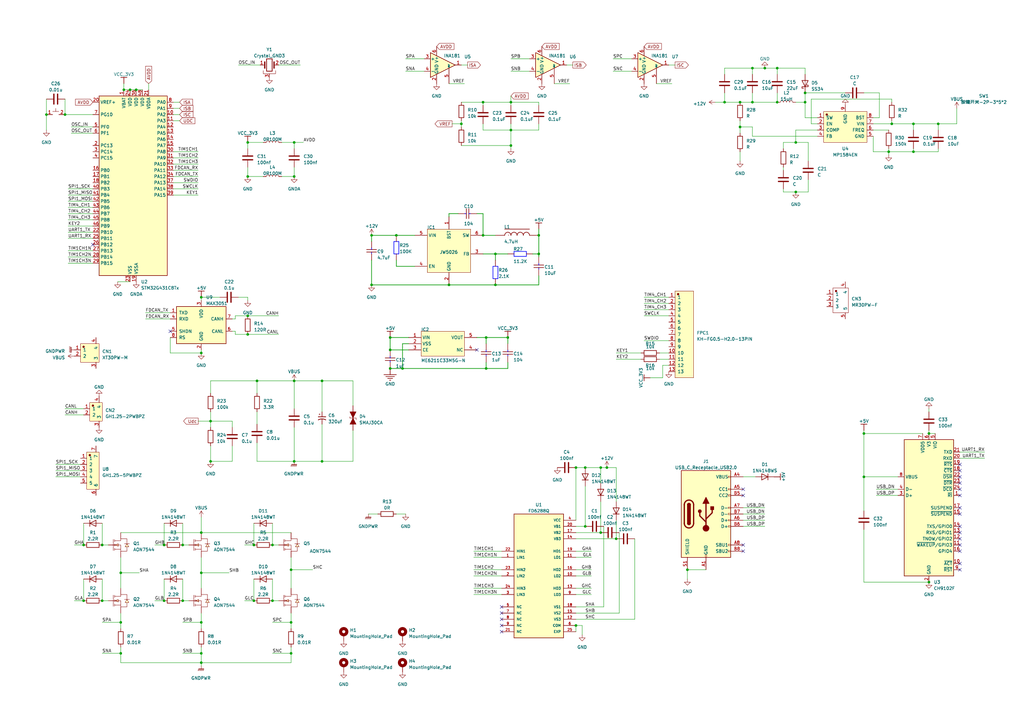
<source format=kicad_sch>
(kicad_sch (version 20230121) (generator eeschema)
  (paper "A3")
  (junction (at 330.2 38.1))
  (junction (at 365.76 50.8))
  (junction (at 82.55 234.95))
  (junction (at 203.2 104.14))
  (junction (at 308.61 27.94))
  (junction (at 318.77 41.91))
  (junction (at 330.2 41.91))
  (junction (at 67.31 223.52))
  (junction (at 86.36 172.72))
  (junction (at 101.6 72.39))
  (junction (at 165.1 151.13))
  (junction (at 208.28 138.43))
  (junction (at 198.12 96.52))
  (junction (at 67.31 246.38))
  (junction (at 34.29 246.38))
  (junction (at 236.22 191.77))
  (junction (at 246.38 218.44))
  (junction (at 50.8 36.83))
  (junction (at 240.03 191.77))
  (junction (at 297.18 41.91))
  (junction (at 248.92 191.77))
  (junction (at 252.73 220.98))
  (junction (at 381 177.8))
  (junction (at 132.08 189.23))
  (junction (at 326.39 58.42))
  (junction (at 82.55 121.92))
  (junction (at 354.33 177.8))
  (junction (at 120.65 58.42))
  (junction (at 119.38 255.27))
  (junction (at 209.55 53.34))
  (junction (at 354.33 195.58))
  (junction (at 374.65 50.8))
  (junction (at 209.55 59.69))
  (junction (at 308.61 41.91))
  (junction (at 184.15 116.84))
  (junction (at 364.49 62.23))
  (junction (at 160.02 138.43))
  (junction (at 189.23 50.8))
  (junction (at 101.6 137.16))
  (junction (at 82.55 144.78))
  (junction (at 101.6 129.54))
  (junction (at 236.22 256.54))
  (junction (at 246.38 191.77))
  (junction (at 240.03 215.9))
  (junction (at 120.65 72.39))
  (junction (at 49.53 234.95))
  (junction (at 26.67 46.99))
  (junction (at 19.05 46.99))
  (junction (at 104.14 246.38))
  (junction (at 160.02 151.13))
  (junction (at 49.53 255.27))
  (junction (at 82.55 255.27))
  (junction (at 119.38 233.68))
  (junction (at 119.38 267.97))
  (junction (at 41.91 223.52))
  (junction (at 34.29 223.52))
  (junction (at 111.76 223.52))
  (junction (at 74.93 223.52))
  (junction (at 303.53 41.91))
  (junction (at 374.65 62.23))
  (junction (at 120.65 189.23))
  (junction (at 82.55 218.44))
  (junction (at 53.34 36.83))
  (junction (at 199.39 138.43))
  (junction (at 49.53 267.97))
  (junction (at 86.36 189.23))
  (junction (at 203.2 116.84))
  (junction (at 120.65 156.21))
  (junction (at 152.4 116.84))
  (junction (at 74.93 246.38))
  (junction (at 111.76 246.38))
  (junction (at 101.6 58.42))
  (junction (at 105.41 156.21))
  (junction (at 303.53 52.07))
  (junction (at 209.55 41.91))
  (junction (at 220.98 96.52))
  (junction (at 381 238.76))
  (junction (at 82.55 267.97))
  (junction (at 160.02 143.51))
  (junction (at 281.94 233.68))
  (junction (at 104.14 223.52))
  (junction (at 55.88 36.83))
  (junction (at 318.77 27.94))
  (junction (at 326.39 78.74))
  (junction (at 41.91 246.38))
  (junction (at 384.81 50.8))
  (junction (at 162.56 96.52))
  (junction (at 199.39 151.13))
  (junction (at 313.69 27.94))
  (junction (at 82.55 271.78))
  (junction (at 132.08 156.21))
  (junction (at 152.4 96.52))
  (junction (at 198.12 41.91))
  (junction (at 220.98 104.14))
  (no_connect (at 393.7 193.04))
  (no_connect (at 205.74 254))
  (no_connect (at 38.1 100.33))
  (no_connect (at 393.7 195.58))
  (no_connect (at 393.7 215.9))
  (no_connect (at 69.85 135.89))
  (no_connect (at 393.7 210.82))
  (no_connect (at 393.7 200.66))
  (no_connect (at 393.7 203.2))
  (no_connect (at 205.74 248.92))
  (no_connect (at 205.74 251.46))
  (no_connect (at 393.7 233.68))
  (no_connect (at 393.7 220.98))
  (no_connect (at 195.58 143.51))
  (no_connect (at 304.8 226.06))
  (no_connect (at 393.7 190.5))
  (no_connect (at 393.7 218.44))
  (no_connect (at 393.7 231.14))
  (no_connect (at 304.8 223.52))
  (no_connect (at 304.8 203.2))
  (no_connect (at 304.8 200.66))
  (no_connect (at 393.7 198.12))
  (no_connect (at 393.7 223.52))
  (no_connect (at 205.74 256.54))
  (no_connect (at 393.7 208.28))
  (no_connect (at 393.7 226.06))
  (no_connect (at 205.74 259.08))
  (wire (pts (xy 354.33 177.8) (xy 354.33 195.58)))
  (wire (pts (xy 27.94 87.63) (xy 38.1 87.63)))
  (wire (pts (xy 251.46 29.21) (xy 259.08 29.21)))
  (wire (pts (xy 199.39 151.13) (xy 165.1 151.13)) (stroke (width 0.254)))
  (wire (pts (xy 360.68 48.26) (xy 358.14 48.26)))
  (wire (pts (xy 232.41 26.67) (xy 234.95 26.67)))
  (wire (pts (xy 101.6 121.92) (xy 97.79 121.92)))
  (wire (pts (xy 360.68 38.1) (xy 360.68 48.26)))
  (wire (pts (xy 96.52 129.54) (xy 96.52 130.81)))
  (wire (pts (xy 29.21 52.07) (xy 38.1 52.07)))
  (wire (pts (xy 281.94 233.68) (xy 289.56 233.68)))
  (wire (pts (xy 364.49 63.5) (xy 364.49 62.23)))
  (wire (pts (xy 358.14 62.23) (xy 364.49 62.23)))
  (wire (pts (xy 236.22 215.9) (xy 240.03 215.9)))
  (wire (pts (xy 111.76 246.38) (xy 114.3 246.38)))
  (wire (pts (xy 240.03 191.77) (xy 246.38 191.77)))
  (wire (pts (xy 82.55 212.09) (xy 82.55 218.44)))
  (wire (pts (xy 27.94 82.55) (xy 38.1 82.55)))
  (wire (pts (xy 297.18 38.1) (xy 297.18 41.91)))
  (wire (pts (xy 274.32 139.7) (xy 264.16 139.7)))
  (wire (pts (xy 27.94 102.87) (xy 38.1 102.87)))
  (wire (pts (xy 381 167.64) (xy 381 168.91)))
  (wire (pts (xy 34.29 214.63) (xy 34.29 223.52)))
  (wire (pts (xy 321.31 68.58) (xy 321.31 69.85)))
  (wire (pts (xy 119.38 228.6) (xy 119.38 233.68)))
  (wire (pts (xy 354.33 195.58) (xy 368.3 195.58)))
  (wire (pts (xy 220.98 41.91) (xy 220.98 43.18)))
  (wire (pts (xy 101.6 123.19) (xy 101.6 121.92)))
  (wire (pts (xy 303.53 62.23) (xy 303.53 66.04)))
  (wire (pts (xy 266.7 154.94) (xy 271.78 154.94)))
  (wire (pts (xy 96.52 137.16) (xy 96.52 135.89)))
  (wire (pts (xy 63.5 223.52) (xy 67.31 223.52)))
  (wire (pts (xy 26.67 167.64) (xy 34.29 167.64)))
  (wire (pts (xy 365.76 49.53) (xy 365.76 50.8)))
  (wire (pts (xy 26.67 46.99) (xy 38.1 46.99)))
  (wire (pts (xy 144.78 176.53) (xy 144.78 189.23)))
  (wire (pts (xy 162.56 109.22) (xy 170.18 109.22)) (stroke (width 0.254)))
  (wire (pts (xy 251.46 24.13) (xy 259.08 24.13)))
  (wire (pts (xy 331.47 73.66) (xy 331.47 78.74)))
  (wire (pts (xy 374.65 62.23) (xy 384.81 62.23)))
  (wire (pts (xy 120.65 72.39) (xy 115.57 72.39)))
  (wire (pts (xy 194.31 228.6) (xy 205.74 228.6)))
  (wire (pts (xy 166.37 24.13) (xy 173.99 24.13)))
  (wire (pts (xy 198.12 41.91) (xy 209.55 41.91)))
  (wire (pts (xy 218.44 104.14) (xy 220.98 104.14)) (stroke (width 0.254)))
  (wire (pts (xy 69.85 138.43) (xy 69.85 144.78)))
  (wire (pts (xy 359.41 200.66) (xy 368.3 200.66)))
  (wire (pts (xy 57.15 234.95) (xy 49.53 234.95)))
  (wire (pts (xy 308.61 41.91) (xy 318.77 41.91)))
  (wire (pts (xy 165.1 140.97) (xy 165.1 151.13)) (stroke (width 0.254)))
  (wire (pts (xy 198.12 87.63) (xy 195.58 87.63)) (stroke (width 0.254)))
  (wire (pts (xy 120.65 156.21) (xy 105.41 156.21)))
  (wire (pts (xy 27.94 105.41) (xy 38.1 105.41)))
  (wire (pts (xy 73.66 46.99) (xy 71.12 46.99)))
  (wire (pts (xy 384.81 50.8) (xy 384.81 53.34)))
  (wire (pts (xy 194.31 243.84) (xy 205.74 243.84)))
  (wire (pts (xy 119.38 257.81) (xy 119.38 255.27)))
  (wire (pts (xy 354.33 238.76) (xy 381 238.76)))
  (wire (pts (xy 308.61 41.91) (xy 303.53 41.91)))
  (wire (pts (xy 246.38 205.74) (xy 246.38 218.44)))
  (wire (pts (xy 107.95 72.39) (xy 101.6 72.39)))
  (wire (pts (xy 203.2 96.52) (xy 198.12 96.52)) (stroke (width 0.254)))
  (wire (pts (xy 104.14 214.63) (xy 104.14 223.52)))
  (wire (pts (xy 82.55 255.27) (xy 82.55 251.46)))
  (wire (pts (xy 220.98 104.14) (xy 220.98 105.41)) (stroke (width 0.254)))
  (wire (pts (xy 236.22 218.44) (xy 246.38 218.44)))
  (wire (pts (xy 313.69 210.82) (xy 304.8 210.82)))
  (wire (pts (xy 120.65 68.58) (xy 120.65 72.39)))
  (wire (pts (xy 303.53 49.53) (xy 303.53 52.07)))
  (wire (pts (xy 170.18 96.52) (xy 162.56 96.52)) (stroke (width 0.254)))
  (wire (pts (xy 184.15 116.84) (xy 152.4 116.84)) (stroke (width 0.254)))
  (wire (pts (xy 209.55 59.69) (xy 209.55 60.96)))
  (wire (pts (xy 82.55 234.95) (xy 82.55 241.3)))
  (wire (pts (xy 189.23 50.8) (xy 189.23 52.07)))
  (wire (pts (xy 236.22 233.68) (xy 242.57 233.68)))
  (wire (pts (xy 22.86 190.5) (xy 33.02 190.5)))
  (wire (pts (xy 260.35 254) (xy 236.22 254)))
  (wire (pts (xy 374.65 50.8) (xy 374.65 53.34)))
  (wire (pts (xy 74.93 246.38) (xy 77.47 246.38)))
  (wire (pts (xy 144.78 166.37) (xy 144.78 156.21)))
  (wire (pts (xy 330.2 41.91) (xy 330.2 38.1)))
  (wire (pts (xy 81.28 64.77) (xy 71.12 64.77)))
  (wire (pts (xy 30.48 246.38) (xy 34.29 246.38)))
  (wire (pts (xy 111.76 255.27) (xy 119.38 255.27)))
  (wire (pts (xy 358.14 53.34) (xy 364.49 53.34)))
  (wire (pts (xy 49.53 257.81) (xy 49.53 255.27)))
  (wire (pts (xy 69.85 130.81) (xy 59.69 130.81)))
  (wire (pts (xy 34.29 237.49) (xy 34.29 246.38)))
  (wire (pts (xy 123.19 26.67) (xy 114.3 26.67)))
  (wire (pts (xy 332.74 40.64) (xy 332.74 50.8)))
  (wire (pts (xy 144.78 156.21) (xy 132.08 156.21)))
  (wire (pts (xy 236.22 191.77) (xy 236.22 213.36)))
  (wire (pts (xy 152.4 116.84) (xy 152.4 106.68)) (stroke (width 0.254)))
  (wire (pts (xy 330.2 38.1) (xy 346.71 38.1)))
  (wire (pts (xy 49.53 234.95) (xy 49.53 241.3)))
  (wire (pts (xy 326.39 78.74) (xy 331.47 78.74)))
  (wire (pts (xy 392.43 50.8) (xy 384.81 50.8)))
  (wire (pts (xy 354.33 38.1) (xy 360.68 38.1)))
  (wire (pts (xy 209.55 43.18) (xy 209.55 41.91)))
  (wire (pts (xy 354.33 217.17) (xy 354.33 238.76)))
  (wire (pts (xy 71.12 80.01) (xy 81.28 80.01)))
  (wire (pts (xy 86.36 182.88) (xy 86.36 189.23)))
  (wire (pts (xy 254 218.44) (xy 254 251.46)))
  (wire (pts (xy 55.88 36.83) (xy 58.42 36.83)))
  (wire (pts (xy 82.55 267.97) (xy 82.55 271.78)))
  (wire (pts (xy 95.25 172.72) (xy 86.36 172.72)))
  (wire (pts (xy 101.6 58.42) (xy 107.95 58.42)))
  (wire (pts (xy 297.18 41.91) (xy 303.53 41.91)))
  (wire (pts (xy 236.22 191.77) (xy 240.03 191.77)))
  (wire (pts (xy 67.31 214.63) (xy 67.31 223.52)))
  (wire (pts (xy 73.66 41.91) (xy 71.12 41.91)))
  (wire (pts (xy 97.79 26.67) (xy 106.68 26.67)))
  (wire (pts (xy 27.94 107.95) (xy 38.1 107.95)))
  (wire (pts (xy 73.66 44.45) (xy 71.12 44.45)))
  (wire (pts (xy 82.55 218.44) (xy 119.38 218.44)))
  (wire (pts (xy 274.32 26.67) (xy 276.86 26.67)))
  (wire (pts (xy 203.2 106.68) (xy 203.2 104.14)) (stroke (width 0.254)))
  (wire (pts (xy 50.8 36.83) (xy 53.34 36.83)))
  (wire (pts (xy 49.53 228.6) (xy 49.53 234.95)))
  (wire (pts (xy 308.61 52.07) (xy 303.53 52.07)))
  (wire (pts (xy 71.12 72.39) (xy 81.28 72.39)))
  (wire (pts (xy 82.55 257.81) (xy 82.55 255.27)))
  (wire (pts (xy 297.18 27.94) (xy 308.61 27.94)))
  (wire (pts (xy 69.85 128.27) (xy 59.69 128.27)))
  (wire (pts (xy 26.67 170.18) (xy 34.29 170.18)))
  (wire (pts (xy 119.38 265.43) (xy 119.38 267.97)))
  (wire (pts (xy 198.12 104.14) (xy 203.2 104.14)) (stroke (width 0.254)))
  (wire (pts (xy 332.74 50.8) (xy 335.28 50.8)))
  (wire (pts (xy 220.98 96.52) (xy 220.98 104.14)) (stroke (width 0.254)))
  (wire (pts (xy 313.69 215.9) (xy 304.8 215.9)))
  (wire (pts (xy 19.05 46.99) (xy 19.05 53.34)))
  (wire (pts (xy 365.76 50.8) (xy 358.14 50.8)))
  (wire (pts (xy 264.16 127) (xy 274.32 127)))
  (wire (pts (xy 281.94 233.68) (xy 281.94 237.49)))
  (wire (pts (xy 335.28 48.26) (xy 330.2 48.26)))
  (wire (pts (xy 189.23 26.67) (xy 191.77 26.67)))
  (wire (pts (xy 262.89 144.78) (xy 252.73 144.78)))
  (wire (pts (xy 209.55 41.91) (xy 220.98 41.91)))
  (wire (pts (xy 392.43 44.45) (xy 392.43 50.8)))
  (wire (pts (xy 166.37 210.82) (xy 162.56 210.82)))
  (wire (pts (xy 308.61 55.88) (xy 308.61 52.07)))
  (wire (pts (xy 81.28 172.72) (xy 86.36 172.72)))
  (wire (pts (xy 194.31 233.68) (xy 205.74 233.68)))
  (wire (pts (xy 313.69 208.28) (xy 304.8 208.28)))
  (wire (pts (xy 74.93 267.97) (xy 82.55 267.97)))
  (wire (pts (xy 198.12 53.34) (xy 209.55 53.34)))
  (wire (pts (xy 165.1 151.13) (xy 160.02 151.13)) (stroke (width 0.254)))
  (wire (pts (xy 82.55 121.92) (xy 90.17 121.92)))
  (wire (pts (xy 81.28 67.31) (xy 71.12 67.31)))
  (wire (pts (xy 184.15 87.63) (xy 187.96 87.63)) (stroke (width 0.254)))
  (wire (pts (xy 111.76 214.63) (xy 111.76 223.52)))
  (wire (pts (xy 189.23 49.53) (xy 189.23 50.8)))
  (wire (pts (xy 236.22 236.22) (xy 242.57 236.22)))
  (wire (pts (xy 330.2 27.94) (xy 330.2 30.48)))
  (wire (pts (xy 270.51 144.78) (xy 274.32 144.78)))
  (wire (pts (xy 403.86 185.42) (xy 393.7 185.42)))
  (wire (pts (xy 71.12 77.47) (xy 81.28 77.47)))
  (wire (pts (xy 86.36 172.72) (xy 86.36 175.26)))
  (wire (pts (xy 252.73 191.77) (xy 252.73 205.74)))
  (wire (pts (xy 26.67 40.64) (xy 26.67 46.99)))
  (wire (pts (xy 354.33 176.53) (xy 354.33 177.8)))
  (wire (pts (xy 209.55 29.21) (xy 217.17 29.21)))
  (wire (pts (xy 309.88 195.58) (xy 304.8 195.58)))
  (wire (pts (xy 67.31 237.49) (xy 67.31 246.38)))
  (wire (pts (xy 247.65 248.92) (xy 236.22 248.92)))
  (wire (pts (xy 246.38 191.77) (xy 248.92 191.77)))
  (wire (pts (xy 128.27 233.68) (xy 119.38 233.68)))
  (wire (pts (xy 96.52 130.81) (xy 95.25 130.81)))
  (wire (pts (xy 209.55 24.13) (xy 217.17 24.13)))
  (wire (pts (xy 27.94 97.79) (xy 38.1 97.79)))
  (wire (pts (xy 184.15 88.9) (xy 184.15 87.63)) (stroke (width 0.254)))
  (wire (pts (xy 184.15 34.29) (xy 190.5 34.29)))
  (wire (pts (xy 236.22 228.6) (xy 242.57 228.6)))
  (wire (pts (xy 189.23 41.91) (xy 198.12 41.91)))
  (wire (pts (xy 403.86 187.96) (xy 393.7 187.96)))
  (wire (pts (xy 132.08 156.21) (xy 120.65 156.21)))
  (wire (pts (xy 115.57 58.42) (xy 120.65 58.42)))
  (wire (pts (xy 208.28 151.13) (xy 199.39 151.13)) (stroke (width 0.254)))
  (wire (pts (xy 82.55 265.43) (xy 82.55 267.97)))
  (wire (pts (xy 203.2 104.14) (xy 208.28 104.14)) (stroke (width 0.254)))
  (wire (pts (xy 22.86 193.04) (xy 33.02 193.04)))
  (wire (pts (xy 166.37 29.21) (xy 173.99 29.21)))
  (wire (pts (xy 49.53 265.43) (xy 49.53 267.97)))
  (wire (pts (xy 74.93 255.27) (xy 82.55 255.27)))
  (wire (pts (xy 96.52 135.89) (xy 95.25 135.89)))
  (wire (pts (xy 189.23 59.69) (xy 209.55 59.69)))
  (wire (pts (xy 86.36 168.91) (xy 86.36 172.72)))
  (wire (pts (xy 374.65 50.8) (xy 365.76 50.8)))
  (wire (pts (xy 381 177.8) (xy 383.54 177.8)))
  (wire (pts (xy 308.61 27.94) (xy 313.69 27.94)))
  (wire (pts (xy 27.94 90.17) (xy 38.1 90.17)))
  (wire (pts (xy 95.25 175.26) (xy 95.25 172.72)))
  (wire (pts (xy 326.39 53.34) (xy 326.39 58.42)))
  (wire (pts (xy 271.78 154.94) (xy 271.78 149.86)))
  (wire (pts (xy 82.55 271.78) (xy 119.38 271.78)))
  (wire (pts (xy 41.91 255.27) (xy 49.53 255.27)))
  (wire (pts (xy 381 176.53) (xy 381 177.8)))
  (wire (pts (xy 359.41 203.2) (xy 368.3 203.2)))
  (wire (pts (xy 297.18 30.48) (xy 297.18 27.94)))
  (wire (pts (xy 69.85 144.78) (xy 82.55 144.78)))
  (wire (pts (xy 82.55 271.78) (xy 82.55 273.05)))
  (wire (pts (xy 252.73 213.36) (xy 252.73 220.98)))
  (wire (pts (xy 308.61 30.48) (xy 308.61 27.94)))
  (wire (pts (xy 331.47 58.42) (xy 331.47 66.04)))
  (wire (pts (xy 120.65 58.42) (xy 120.65 60.96)))
  (wire (pts (xy 27.94 95.25) (xy 38.1 95.25)))
  (wire (pts (xy 71.12 74.93) (xy 81.28 74.93)))
  (wire (pts (xy 242.57 226.06) (xy 236.22 226.06)))
  (wire (pts (xy 220.98 116.84) (xy 203.2 116.84)) (stroke (width 0.254)))
  (wire (pts (xy 82.55 143.51) (xy 82.55 144.78)))
  (wire (pts (xy 49.53 218.44) (xy 82.55 218.44)))
  (wire (pts (xy 81.28 62.23) (xy 71.12 62.23)))
  (wire (pts (xy 326.39 58.42) (xy 331.47 58.42)))
  (wire (pts (xy 313.69 213.36) (xy 304.8 213.36)))
  (wire (pts (xy 120.65 175.26) (xy 120.65 189.23)))
  (wire (pts (xy 41.91 214.63) (xy 41.91 223.52)))
  (wire (pts (xy 105.41 156.21) (xy 105.41 161.29)))
  (wire (pts (xy 198.12 50.8) (xy 198.12 53.34)))
  (wire (pts (xy 120.65 167.64) (xy 120.65 156.21)))
  (wire (pts (xy 101.6 129.54) (xy 114.3 129.54)))
  (wire (pts (xy 358.14 55.88) (xy 358.14 62.23)))
  (wire (pts (xy 236.22 243.84) (xy 242.57 243.84)))
  (wire (pts (xy 240.03 199.39) (xy 240.03 215.9)))
  (wire (pts (xy 262.89 147.32) (xy 252.73 147.32)))
  (wire (pts (xy 227.33 34.29) (xy 233.68 34.29)))
  (wire (pts (xy 95.25 182.88) (xy 95.25 189.23)))
  (wire (pts (xy 27.94 92.71) (xy 38.1 92.71)))
  (wire (pts (xy 93.98 234.95) (xy 82.55 234.95)))
  (wire (pts (xy 100.33 246.38) (xy 104.14 246.38)))
  (wire (pts (xy 132.08 173.99) (xy 132.08 189.23)))
  (wire (pts (xy 48.26 115.57) (xy 53.34 115.57)))
  (wire (pts (xy 86.36 156.21) (xy 105.41 156.21)))
  (wire (pts (xy 104.14 237.49) (xy 104.14 246.38)))
  (wire (pts (xy 254 251.46) (xy 236.22 251.46)))
  (wire (pts (xy 111.76 223.52) (xy 114.3 223.52)))
  (wire (pts (xy 269.24 34.29) (xy 275.59 34.29)))
  (wire (pts (xy 354.33 195.58) (xy 354.33 209.55)))
  (wire (pts (xy 73.66 49.53) (xy 71.12 49.53)))
  (wire (pts (xy 162.56 106.68) (xy 162.56 109.22)) (stroke (width 0.254)))
  (wire (pts (xy 101.6 60.96) (xy 101.6 58.42)))
  (wire (pts (xy 293.37 41.91) (xy 297.18 41.91)))
  (wire (pts (xy 101.6 72.39) (xy 101.6 68.58)))
  (wire (pts (xy 41.91 246.38) (xy 44.45 246.38)))
  (wire (pts (xy 384.81 62.23) (xy 384.81 60.96)))
  (wire (pts (xy 318.77 27.94) (xy 318.77 30.48)))
  (wire (pts (xy 318.77 27.94) (xy 330.2 27.94)))
  (wire (pts (xy 29.21 54.61) (xy 38.1 54.61)))
  (wire (pts (xy 303.53 52.07) (xy 303.53 54.61)))
  (wire (pts (xy 41.91 223.52) (xy 44.45 223.52)))
  (wire (pts (xy 199.39 148.59) (xy 199.39 151.13)) (stroke (width 0.254)))
  (wire (pts (xy 220.98 50.8) (xy 220.98 53.34)))
  (wire (pts (xy 86.36 161.29) (xy 86.36 156.21)))
  (wire (pts (xy 264.16 121.92) (xy 274.32 121.92)))
  (wire (pts (xy 111.76 267.97) (xy 119.38 267.97)))
  (wire (pts (xy 326.39 53.34) (xy 335.28 53.34)))
  (wire (pts (xy 120.65 58.42) (xy 124.46 58.42)))
  (wire (pts (xy 364.49 62.23) (xy 364.49 60.96)))
  (wire (pts (xy 53.34 36.83) (xy 55.88 36.83)))
  (wire (pts (xy 86.36 189.23) (xy 95.25 189.23)))
  (wire (pts (xy 144.78 189.23) (xy 132.08 189.23)))
  (wire (pts (xy 365.76 40.64) (xy 332.74 40.64)))
  (wire (pts (xy 209.55 53.34) (xy 209.55 59.69)))
  (wire (pts (xy 41.91 267.97) (xy 49.53 267.97)))
  (wire (pts (xy 119.38 255.27) (xy 119.38 251.46)))
  (wire (pts (xy 318.77 38.1) (xy 318.77 41.91)))
  (wire (pts (xy 326.39 41.91) (xy 330.2 41.91)))
  (wire (pts (xy 374.65 62.23) (xy 374.65 60.96)))
  (wire (pts (xy 198.12 43.18) (xy 198.12 41.91)))
  (wire (pts (xy 321.31 77.47) (xy 321.31 78.74)))
  (wire (pts (xy 194.31 236.22) (xy 205.74 236.22)))
  (wire (pts (xy 105.41 189.23) (xy 120.65 189.23)))
  (wire (pts (xy 271.78 149.86) (xy 274.32 149.86)))
  (wire (pts (xy 209.55 50.8) (xy 209.55 53.34)))
  (wire (pts (xy 22.86 195.58) (xy 33.02 195.58)))
  (wire (pts (xy 264.16 124.46) (xy 274.32 124.46)))
  (wire (pts (xy 105.41 168.91) (xy 105.41 173.99)))
  (wire (pts (xy 101.6 129.54) (xy 96.52 129.54)))
  (wire (pts (xy 194.31 241.3) (xy 205.74 241.3)))
  (wire (pts (xy 194.31 226.06) (xy 205.74 226.06)))
  (wire (pts (xy 321.31 60.96) (xy 321.31 58.42)))
  (wire (pts (xy 74.93 223.52) (xy 77.47 223.52)))
  (wire (pts (xy 132.08 168.91) (xy 132.08 156.21)))
  (wire (pts (xy 236.22 241.3) (xy 242.57 241.3)))
  (wire (pts (xy 19.05 40.64) (xy 19.05 46.99)))
  (wire (pts (xy 74.93 237.49) (xy 74.93 246.38)))
  (wire (pts (xy 119.38 233.68) (xy 119.38 241.3)))
  (wire (pts (xy 30.48 223.52) (xy 34.29 223.52)))
  (wire (pts (xy 199.39 138.43) (xy 199.39 140.97)) (stroke (width 0.254)))
  (wire (pts (xy 100.33 223.52) (xy 104.14 223.52)))
  (wire (pts (xy 270.51 147.32) (xy 274.32 147.32)))
  (wire (pts (xy 238.76 256.54) (xy 236.22 256.54)))
  (wire (pts (xy 82.55 121.92) (xy 82.55 123.19)))
  (wire (pts (xy 274.32 129.54) (xy 264.16 129.54)))
  (wire (pts (xy 119.38 267.97) (xy 119.38 271.78)))
  (wire (pts (xy 162.56 96.52) (xy 152.4 96.52)) (stroke (width 0.254)))
  (wire (pts (xy 160.02 143.51) (xy 167.64 143.51)) (stroke (width 0.254)))
  (wire (pts (xy 132.08 189.23) (xy 120.65 189.23)))
  (wire (pts (xy 365.76 40.64) (xy 365.76 41.91)))
  (wire (pts (xy 330.2 41.91) (xy 330.2 48.26)))
  (wire (pts (xy 185.42 50.8) (xy 189.23 50.8)))
  (wire (pts (xy 50.8 34.29) (xy 50.8 36.83)))
  (wire (pts (xy 209.55 39.37) (xy 209.55 41.91)))
  (wire (pts (xy 63.5 246.38) (xy 67.31 246.38)))
  (wire (pts (xy 354.33 177.8) (xy 378.46 177.8)))
  (wire (pts (xy 82.55 228.6) (xy 82.55 234.95)))
  (wire (pts (xy 60.96 34.29) (xy 60.96 36.83)))
  (wire (pts (xy 49.53 255.27) (xy 49.53 251.46)))
  (wire (pts (xy 151.13 210.82) (xy 154.94 210.82)))
  (wire (pts (xy 167.64 140.97) (xy 165.1 140.97)) (stroke (width 0.254)))
  (wire (pts (xy 321.31 58.42) (xy 326.39 58.42)))
  (wire (pts (xy 321.31 78.74) (xy 326.39 78.74)))
  (wire (pts (xy 203.2 116.84) (xy 184.15 116.84)) (stroke (width 0.254)))
  (wire (pts (xy 105.41 181.61) (xy 105.41 189.23)))
  (wire (pts (xy 236.22 256.54) (xy 236.22 259.08)))
  (wire (pts (xy 246.38 191.77) (xy 246.38 198.12)))
  (wire (pts (xy 238.76 256.54) (xy 238.76 260.35)))
  (wire (pts (xy 167.64 138.43) (xy 160.02 138.43)) (stroke (width 0.254)))
  (wire (pts (xy 208.28 148.59) (xy 208.28 151.13)) (stroke (width 0.254)))
  (wire (pts (xy 220.98 93.98) (xy 220.98 96.52)) (stroke (width 0.254)))
  (wire (pts (xy 152.4 96.52) (xy 152.4 99.06)) (stroke (width 0.254)))
  (wire (pts (xy 208.28 138.43) (xy 208.28 140.97)) (stroke (width 0.254)))
  (wire (pts (xy 160.02 138.43) (xy 160.02 143.51)) (stroke (width 0.254)))
  (wire (pts (xy 335.28 55.88) (xy 308.61 55.88)))
  (wire (pts (xy 41.91 237.49) (xy 41.91 246.38)))
  (wire (pts (xy 236.22 220.98) (xy 252.73 220.98)))
  (wire (pts (xy 198.12 96.52) (xy 198.12 87.63)) (stroke (width 0.254)))
  (wire (pts (xy 71.12 69.85) (xy 81.28 69.85)))
  (wire (pts (xy 247.65 215.9) (xy 247.65 248.92)))
  (wire (pts (xy 101.6 137.16) (xy 114.3 137.16)))
  (wire (pts (xy 364.49 62.23) (xy 374.65 62.23)))
  (wire (pts (xy 101.6 137.16) (xy 96.52 137.16)))
  (wire (pts (xy 49.53 271.78) (xy 82.55 271.78)))
  (wire (pts (xy 220.98 113.03) (xy 220.98 116.84)) (stroke (width 0.254)))
  (wire (pts (xy 308.61 38.1) (xy 308.61 41.91)))
  (wire (pts (xy 313.69 27.94) (xy 318.77 27.94)))
  (wire (pts (xy 195.58 138.43) (xy 199.39 138.43)) (stroke (width 0.254)))
  (wire (pts (xy 384.81 50.8) (xy 374.65 50.8)))
  (wire (pts (xy 248.92 191.77) (xy 252.73 191.77)))
  (wire (pts (xy 27.94 77.47) (xy 38.1 77.47)))
  (wire (pts (xy 209.55 53.34) (xy 220.98 53.34)))
  (wire (pts (xy 27.94 80.01) (xy 38.1 80.01)))
  (wire (pts (xy 199.39 138.43) (xy 208.28 138.43)) (stroke (width 0.254)))
  (wire (pts (xy 74.93 223.52) (xy 74.93 214.63)))
  (wire (pts (xy 260.35 220.98) (xy 260.35 254)))
  (wire (pts (xy 111.76 237.49) (xy 111.76 246.38)))
  (wire (pts (xy 27.94 85.09) (xy 38.1 85.09)))
  (wire (pts (xy 49.53 267.97) (xy 49.53 271.78)))
  (label "VREF" (at 233.68 34.29 180))
  (label "TIM4_CH1" (at 264.16 121.92 0))
  (label "SPA" (at 41.91 255.27 0))
  (label "GLB" (at 63.5 246.38 0))
  (label "SPI1_SCK" (at 27.94 77.47 0))
  (label "TIM4_CH3" (at 264.16 127 0))
  (label "USB_DN" (at 313.69 208.28 180))
  (label "USB_DN" (at 313.69 210.82 180))
  (label "TIM1CH2" (at 194.31 233.68 0))
  (label "TIM4_CH1" (at 27.94 85.09 0))
  (label "SHC" (at 240.03 254 0))
  (label "TIM1CH2N" (at 27.94 105.41 0))
  (label "GHA" (at 30.48 223.52 0))
  (label "SNA" (at 166.37 29.21 0))
  (label "UART1_TX" (at 403.86 187.96 180))
  (label "SPI1_MOSI" (at 27.94 82.55 0))
  (label "FDCAN_RX" (at 81.28 69.85 180))
  (label "GLC" (at 242.57 243.84 180))
  (label "GHC" (at 242.57 241.3 180))
  (label "TIM1CH3N" (at 27.94 107.95 0))
  (label "USB_DP" (at 313.69 213.36 180))
  (label "SPI1_MISO" (at 22.86 193.04 0))
  (label "FDCAN_TX" (at 81.28 72.39 180))
  (label "SHA" (at 240.03 248.92 0))
  (label "OSC_OUT" (at 29.21 54.61 0))
  (label "SNC" (at 111.76 267.97 0))
  (label "SPA" (at 166.37 24.13 0))
  (label "SHC" (at 128.27 233.68 0))
  (label "SNA" (at 41.91 267.97 0))
  (label "TIM4_CH3" (at 27.94 90.17 0))
  (label "GLB" (at 242.57 236.22 180))
  (label "GLC" (at 100.33 246.38 0))
  (label "KEY2" (at 252.73 147.32 0))
  (label "SNC" (at 251.46 29.21 0))
  (label "SWDIO" (at 81.28 74.93 180))
  (label "CANL" (at 26.67 167.64 0))
  (label "CANH" (at 114.3 129.54 180))
  (label "FDCAN_TX" (at 59.69 128.27 0))
  (label "TIM1CH1N" (at 27.94 102.87 0))
  (label "GLA" (at 30.48 246.38 0))
  (label "SHB" (at 93.98 234.95 0))
  (label "USB_DP" (at 313.69 215.9 180))
  (label "SPI1_SCK" (at 22.86 190.5 0))
  (label "TIM1CH1N" (at 194.31 228.6 0))
  (label "CANH" (at 26.67 170.18 0))
  (label "UART1_TX" (at 27.94 95.25 0))
  (label "USB_DN" (at 359.41 200.66 0))
  (label "KEY1" (at 81.28 80.01 180))
  (label "SWDIO" (at 264.16 139.7 0))
  (label "SPB" (at 74.93 255.27 0))
  (label "SPC" (at 111.76 255.27 0))
  (label "USB_DP" (at 359.41 203.2 0))
  (label "KEY1" (at 252.73 144.78 0))
  (label "SWCLK" (at 81.28 77.47 180))
  (label "SWCLK" (at 264.16 129.54 0))
  (label "TIM1CH1" (at 81.28 62.23 180))
  (label "SHB" (at 240.03 251.46 0))
  (label "OSC_IN" (at 29.21 52.07 0))
  (label "UART1_RX" (at 403.86 185.42 180))
  (label "SNB" (at 74.93 267.97 0))
  (label "SPC" (at 251.46 24.13 0))
  (label "GHB" (at 242.57 233.68 180))
  (label "KEY2" (at 27.94 92.71 0))
  (label "SPI1_MOSI" (at 22.86 195.58 0))
  (label "TIM1CH2" (at 81.28 64.77 180))
  (label "AVDD" (at 124.46 58.42 0))
  (label "GHC" (at 100.33 223.52 0))
  (label "SNB" (at 209.55 29.21 0))
  (label "VREF" (at 190.5 34.29 180))
  (label "TIM1CH1" (at 194.31 226.06 0))
  (label "OSC_IN" (at 97.79 26.67 0))
  (label "SPB" (at 209.55 24.13 0))
  (label "TIM1CH3" (at 81.28 67.31 180))
  (label "TIM4_CH2" (at 27.94 87.63 0))
  (label "GHA" (at 242.57 226.06 180))
  (label "OSC_OUT" (at 123.19 26.67 180))
  (label "SPI1_MISO" (at 27.94 80.01 0))
  (label "TIM1CH3N" (at 194.31 243.84 0))
  (label "GLA" (at 242.57 228.6 180))
  (label "TIM1CH3" (at 194.31 241.3 0))
  (label "CANL" (at 114.3 137.16 180))
  (label "TIM4_CH2" (at 264.16 124.46 0))
  (label "VREF" (at 275.59 34.29 180))
  (label "SHA" (at 57.15 234.95 0))
  (label "FDCAN_RX" (at 59.69 130.81 0))
  (label "TIM1CH2N" (at 194.31 236.22 0))
  (label "UART1_RX" (at 27.94 97.79 0))
  (label "GHB" (at 63.5 223.52 0))
  (global_label "ISA" (shape output) (at 191.77 26.67 0) (property "Intersheetrefs" "${INTERSHEET_REFS}" (effects hide)))
  (global_label "AVDD" (shape input) (at 38.1 41.91 180) (property "Intersheetrefs" "${INTERSHEET_REFS}" (effects hide)))
  (global_label "VREF" (shape output) (at 185.42 50.8 180) (property "Intersheetrefs" "${INTERSHEET_REFS}" (effects hide)))
  (global_label "AVDD" (shape input) (at 264.16 19.05 0) (property "Intersheetrefs" "${INTERSHEET_REFS}" (effects hide)))
  (global_label "ISA" (shape input) (at 73.66 41.91 0) (property "Intersheetrefs" "${INTERSHEET_REFS}" (effects hide)))
  (global_label "ISB" (shape output) (at 234.95 26.67 0) (property "Intersheetrefs" "${INTERSHEET_REFS}" (effects hide)))
  (global_label "ISC" (shape input) (at 73.66 46.99 0) (property "Intersheetrefs" "${INTERSHEET_REFS}" (effects hide)))
  (global_label "AVDD" (shape input) (at 60.96 34.29 90) (property "Intersheetrefs" "${INTERSHEET_REFS}" (effects hide)))
  (global_label "ISC" (shape output) (at 276.86 26.67 0) (property "Intersheetrefs" "${INTERSHEET_REFS}" (effects hide)))
  (global_label "Udc" (shape output) (at 81.28 172.72 180) (property "Intersheetrefs" "${INTERSHEET_REFS}" (effects hide)))
  (global_label "AVDD" (shape input) (at 179.07 19.05 0) (property "Intersheetrefs" "${INTERSHEET_REFS}" (effects hide)))
  (global_label "ISB" (shape input) (at 73.66 44.45 0) (property "Intersheetrefs" "${INTERSHEET_REFS}" (effects hide)))
  (global_label "AVDD" (shape input) (at 222.25 19.05 0) (property "Intersheetrefs" "${INTERSHEET_REFS}" (effects hide)))
  (global_label "AVDD" (shape input) (at 209.55 39.37 0) (property "Intersheetrefs" "${INTERSHEET_REFS}" (effects hide)))
  (global_label "UDC" (shape input) (at 73.66 49.53 0) (property "Intersheetrefs" "${INTERSHEET_REFS}" (effects hide)))
  (symbol (lib_id "power:GND") (at 140.97 262.89 0) (unit 1)
    (property "Reference" "#PWR025" (effects hide))
    (property "Value" "GND" (at 140.97 267.97 0))
  )
  (symbol (lib_id "Device:R") (at 49.53 261.62 0) (unit 1)
    (property "Reference" "R7" (at 52.07 260.985 0) (effects (justify left)))
    (property "Value" "0.01R" (at 52.07 263.525 0) (effects (justify left)))
    (property "Footprint" "Resistor_SMD:R_1206_3216Metric" (effects hide))
  )
  (symbol (lib_id "Mechanical:MountingHole_Pad") (at 165.1 273.05 0) (unit 1)
    (property "Reference" "H4" (at 167.64 271.145 0) (effects (justify left)))
    (property "Value" "MountingHole_Pad" (at 167.64 273.685 0) (effects (justify left)))
    (property "Footprint" "MountingHole:MountingHole_2.2mm_M2_DIN965_Pad_TopBottom" (effects hide))
  )
  (symbol (lib_id "Device:R") (at 158.75 210.82 90) (unit 1)
    (property "Reference" "R13" (at 158.75 205.74 90))
    (property "Value" "0R" (at 158.75 208.28 90))
    (property "Footprint" "Resistor_SMD:R_0603_1608Metric" (effects hide))
  )
  (symbol (lib_id "power:GND") (at 326.39 78.74 0) (unit 1)
    (property "Reference" "#PWR021" (effects hide))
    (property "Value" "GND" (at 326.39 83.82 0))
  )
  (symbol (lib_id "Device:C") (at 354.33 213.36 180) (unit 1)
    (property "Reference" "C32" (at 358.14 212.725 0) (effects (justify right)))
    (property "Value" "100nf" (at 358.14 215.265 0) (effects (justify right)))
    (property "Footprint" "Capacitor_SMD:C_0603_1608Metric" (effects hide))
  )
  (symbol (lib_id "F103-DRV8313-altium-import:+5V") (at 82.55 121.92 180) (unit 1)
    (property "Reference" "#PWR034" (effects hide))
    (property "Value" "+5V" (at 82.55 118.11 0))
  )
  (symbol (lib_id "power:GND") (at 40.64 162.56 180) (unit 1)
    (property "Reference" "#PWR023" (effects hide))
    (property "Value" "GND" (at 40.64 158.75 0))
  )
  (symbol (lib_id "Amplifier_Current:INA181") (at 181.61 26.67 0) (unit 1)
    (property "Reference" "U5" (at 191.77 23.2411 0))
    (property "Value" "INA181" (at 185.42 22.86 0))
    (property "Footprint" "Package_TO_SOT_SMD:SOT-23-6" (effects hide))
    (property "Datasheet" "http://www.ti.com/lit/ds/symlink/ina181.pdf" (effects hide))
  )
  (symbol (lib_id "Device:R") (at 86.36 179.07 0) (unit 1)
    (property "Reference" "R24" (at 88.9 178.435 0) (effects (justify left)))
    (property "Value" "10k" (at 88.9 180.975 0) (effects (justify left)))
    (property "Footprint" "Resistor_SMD:R_0603_1608Metric" (effects hide))
  )
  (symbol (lib_id "Device:C") (at 381 172.72 180) (unit 1)
    (property "Reference" "C33" (at 384.81 172.085 0) (effects (justify right)))
    (property "Value" "100nf" (at 384.81 174.625 0) (effects (justify right)))
    (property "Footprint" "Capacitor_SMD:C_0603_1608Metric" (effects hide))
  )
  (symbol (lib_id "Device:C") (at 297.18 34.29 0) (unit 1)
    (property "Reference" "C29" (at 300.99 33.655 0) (effects (justify left)))
    (property "Value" "0.1uF" (at 300.99 36.195 0) (effects (justify left)))
    (property "Footprint" "Capacitor_SMD:C_0603_1608Metric" (effects hide))
  )
  (symbol (lib_id "aon7544:AON7544") (at 82.55 246.38 0) (unit 1)
    (property "Reference" "Q4" (at 87.63 245.745 0) (effects (justify left)))
    (property "Value" "AON7544" (at 87.63 248.285 0) (effects (justify left)))
    (property "Footprint" "aon7544:AON7544" (effects hide))
    (property "uuid" "std:cf1662d48c1a446d94b1545e62fe515b" (effects hide))
  )
  (symbol (lib_id "power:GND") (at 140.97 275.59 0) (unit 1)
    (property "Reference" "#PWR027" (effects hide))
    (property "Value" "GND" (at 140.97 280.67 0))
  )
  (symbol (lib_id "power:GND") (at 110.49 31.75 0) (unit 1)
    (property "Reference" "#PWR045" (effects hide))
    (property "Value" "GND" (at 110.49 36.83 0))
  )
  (symbol (lib_id "F103-DRV8313-altium-import:VCC_3V3") (at 50.8 34.29 180) (unit 1)
    (property "Reference" "#PWR048" (effects hide))
    (property "Value" "VCC_3V3" (at 50.8 30.48 0))
  )
  (symbol (lib_id "Device:C") (at 250.19 218.44 90) (unit 1)
    (property "Reference" "C2" (at 250.19 212.09 90))
    (property "Value" "100nf" (at 250.19 214.63 90))
    (property "Footprint" "Capacitor_SMD:C_0603_1608Metric" (effects hide))
  )
  (symbol (lib_id "Device:C") (at 120.65 64.77 180) (unit 1)
    (property "Reference" "C30" (at 124.46 64.135 0) (effects (justify right)))
    (property "Value" "100nf" (at 124.46 66.675 0) (effects (justify right)))
    (property "Footprint" "Capacitor_SMD:C_0603_1608Metric" (effects hide))
  )
  (symbol (lib_id "power:VBUS") (at 120.65 156.21 0) (unit 1)
    (property "Reference" "#PWR08" (effects hide))
    (property "Value" "VBUS" (at 120.65 152.4 0))
  )
  (symbol (lib_id "power:+12V") (at 248.92 191.77 0) (unit 1)
    (property "Reference" "#PWR03" (effects hide))
    (property "Value" "+12V" (at 248.92 187.96 0))
  )
  (symbol (lib_id "power:GNDA") (at 55.88 115.57 0) (unit 1)
    (property "Reference" "#PWR051" (effects hide))
    (property "Value" "GNDA" (at 55.88 120.65 0))
  )
  (symbol (lib_id "Device:R") (at 189.23 55.88 0) (unit 1)
    (property "Reference" "R11" (at 191.77 55.245 0) (effects (justify left)))
    (property "Value" "10k" (at 191.77 57.785 0) (effects (justify left)))
    (property "Footprint" "Resistor_SMD:R_0603_1608Metric" (effects hide))
  )
  (symbol (lib_id "Device:C") (at 308.61 34.29 0) (unit 1)
    (property "Reference" "C16" (at 312.42 33.655 0) (effects (justify left)))
    (property "Value" "10uF" (at 312.42 36.195 0) (effects (justify left)))
    (property "Footprint" "Capacitor_SMD:C_0603_1608Metric" (effects hide))
  )
  (symbol (lib_id "Device:R") (at 321.31 64.77 0) (unit 1)
    (property "Reference" "R12" (at 323.85 64.135 0) (effects (justify left)))
    (property "Value" "R" (at 323.85 66.675 0) (effects (justify left)))
    (property "Footprint" "Resistor_SMD:R_0603_1608Metric" (effects hide))
  )
  (symbol (lib_id "FPC-13P:KH-FG0.5-H2.0-13PIN") (at 279.4 137.16 0) (unit 1)
    (property "Reference" "FPC1" (at 285.75 136.525 0) (effects (justify left)))
    (property "Value" "KH-FG0.5-H2.0-13PIN" (at 285.75 139.065 0) (effects (justify left)))
    (property "Footprint" "aon7544:FPC-SMD_13P-P0.50_KINGHELM_KH-FG0.5-H2.0-13PIN" (effects hide))
    (property "uuid" "std:3e86df8f2cb44746b84b1a32578c0c9b" (effects hide))
  )
  (symbol (lib_id "power:GNDPWR") (at 30.48 143.51 270) (unit 1)
    (property "Reference" "#PWR019" (effects hide))
    (property "Value" "GNDPWR" (at 26.67 144.018 90) (effects (justify right)))
  )
  (symbol (lib_id "Device:R") (at 364.49 57.15 0) (unit 1)
    (property "Reference" "R30" (at 367.03 56.515 0) (effects (justify left)))
    (property "Value" "150k" (at 367.03 59.055 0) (effects (justify left)))
    (property "Footprint" "Resistor_SMD:R_0603_1608Metric" (effects hide))
  )
  (symbol (lib_id "power:GND") (at 82.55 144.78 0) (unit 1)
    (property "Reference" "#PWR029" (effects hide))
    (property "Value" "GND" (at 82.55 149.86 0))
  )
  (symbol (lib_id "Device:C") (at 93.98 121.92 90) (unit 1)
    (property "Reference" "C22" (at 93.98 115.57 90))
    (property "Value" "0.1u" (at 93.98 118.11 90))
    (property "Footprint" "Capacitor_SMD:C_0603_1608Metric" (effects hide))
  )
  (symbol (lib_id "power:GND") (at 222.25 34.29 0) (unit 1)
    (property "Reference" "#PWR026" (effects hide))
    (property "Value" "GND" (at 222.25 39.37 0))
  )
  (symbol (lib_id "F103-DRV8313-altium-import:root_0_ME6211C33M5G-N") (at 172.72 135.89 0) (unit 1)
    (property "Reference" "IC2" (at 172.72 135.89 0) (effects (justify left bottom)))
    (property "Value" "ME6211C33M5G-N" (at 172.72 148.59 0) (effects (justify left bottom)))
    (property "Footprint" "Package_TO_SOT_SMD:SOT-23-5" (effects hide))
  )
  (symbol (lib_id "power:GND") (at 264.16 34.29 0) (unit 1)
    (property "Reference" "#PWR028" (effects hide))
    (property "Value" "GND" (at 264.16 39.37 0))
  )
  (symbol (lib_id "Device:C") (at 331.47 69.85 0) (unit 1)
    (property "Reference" "C21" (at 335.28 69.215 0) (effects (justify left)))
    (property "Value" "C" (at 335.28 71.755 0) (effects (justify left)))
    (property "Footprint" "Capacitor_SMD:C_0603_1608Metric" (effects hide))
  )
  (symbol (lib_id "Device:C") (at 105.41 177.8 0) (unit 1)
    (property "Reference" "C8" (at 109.22 177.165 0) (effects (justify left)))
    (property "Value" "0.01u" (at 109.22 179.705 0) (effects (justify left)))
    (property "Footprint" "Capacitor_SMD:C_0603_1608Metric" (effects hide))
  )
  (symbol (lib_id "Device:R") (at 38.1 223.52 90) (unit 1)
    (property "Reference" "R1" (at 38.1 218.44 90))
    (property "Value" "2.2R" (at 38.1 220.98 90))
    (property "Footprint" "Resistor_SMD:R_0603_1608Metric" (effects hide))
  )
  (symbol (lib_id "power:GND") (at 48.26 115.57 0) (unit 1)
    (property "Reference" "#PWR050" (effects hide))
    (property "Value" "GND" (at 48.26 120.65 0))
  )
  (symbol (lib_id "Device:R") (at 105.41 165.1 0) (unit 1)
    (property "Reference" "R22" (at 107.95 164.465 0) (effects (justify left)))
    (property "Value" "3.3R" (at 107.95 167.005 0) (effects (justify left)))
    (property "Footprint" "Resistor_SMD:R_0603_1608Metric" (effects hide))
  )
  (symbol (lib_id "power:GNDA") (at 120.65 72.39 0) (unit 1)
    (property "Reference" "#PWR041" (effects hide))
    (property "Value" "GNDA" (at 120.65 77.47 0))
  )
  (symbol (lib_id "Device:C") (at 95.25 179.07 0) (unit 1)
    (property "Reference" "C7" (at 99.06 178.435 0) (effects (justify left)))
    (property "Value" "0.1u" (at 99.06 180.975 0) (effects (justify left)))
    (property "Footprint" "Capacitor_SMD:C_0603_1608Metric" (effects hide))
  )
  (symbol (lib_id "Device:C") (at 256.54 220.98 90) (unit 1)
    (property "Reference" "C3" (at 256.54 214.63 90))
    (property "Value" "100nf" (at 256.54 217.17 90))
    (property "Footprint" "Capacitor_SMD:C_0603_1608Metric" (effects hide))
  )
  (symbol (lib_id "power:GND") (at 166.37 210.82 0) (unit 1)
    (property "Reference" "#PWR07" (effects hide))
    (property "Value" "GND" (at 166.37 215.9 0))
  )
  (symbol (lib_id "F103-DRV8313-altium-import:VCC_3V3") (at 208.28 138.43 180) (unit 1)
    (property "Reference" "#PWR014" (effects hide))
    (property "Value" "VCC_3V3" (at 208.28 134.62 0))
  )
  (symbol (lib_id "power:GND") (at 364.49 63.5 0) (unit 1)
    (property "Reference" "#PWR037" (effects hide))
    (property "Value" "GND" (at 364.49 68.58 0))
  )
  (symbol (lib_id "power:GND") (at 40.64 175.26 0) (unit 1)
    (property "Reference" "#PWR022" (effects hide))
    (property "Value" "GND" (at 40.64 180.34 0))
  )
  (symbol (lib_id "power:GND") (at 381 167.64 180) (unit 1)
    (property "Reference" "#PWR044" (effects hide))
    (property "Value" "GND" (at 381 163.83 0))
  )
  (symbol (lib_id "GH1.25-5P:GH1.25-5PWBPZ") (at 38.1 193.04 0) (unit 1)
    (property "Reference" "U8" (at 41.91 192.405 0) (effects (justify left)))
    (property "Value" "GH1.25-5PWBPZ" (at 41.91 194.945 0) (effects (justify left)))
    (property "Footprint" "aon7544:CONN-SMD_5P-P1.25_GH1.25-5PWBPZ" (effects hide))
    (property "SuppliersPartNumber" "C2829254" (effects hide))
    (property "uuid" "std:92bbfa6c11fb45ee8cd0137a08725dd9" (effects hide))
  )
  (symbol (lib_id "Device:C") (at 384.81 57.15 0) (unit 1)
    (property "Reference" "C18" (at 388.62 56.515 0) (effects (justify left)))
    (property "Value" "10uF" (at 388.62 59.055 0) (effects (justify left)))
    (property "Footprint" "Capacitor_SMD:C_0603_1608Metric" (effects hide))
  )
  (symbol (lib_id "mp1584:MP1584EN") (at 346.71 52.07 0) (unit 1)
    (property "Reference" "U4" (at 346.71 60.96 0))
    (property "Value" "MP1584EN" (at 346.71 63.5 0))
    (property "Footprint" "aon7544:SOIC-8_L4.9-W3.9-P1.27-LS6.0-BL-EP3.3" (effects hide))
    (property "SuppliersPartNumber" "C454188" (effects hide))
    (property "uuid" "std:59023d1452214365b85339f62cc1e287" (effects hide))
  )
  (symbol (lib_id "Device:C_Polarized_Small_US") (at 132.08 171.45 0) (unit 1)
    (property "Reference" "C6" (at 134.62 170.3832 0) (effects (justify left)))
    (property "Value" "320uf" (at 134.62 172.9232 0) (effects (justify left)))
    (property "Footprint" "Capacitor_SMD:CP_Elec_8x10" (effects hide))
  )
  (symbol (lib_id "Diode:1N4148WT") (at 71.12 237.49 0) (unit 1)
    (property "Reference" "D8" (at 71.12 232.41 0))
    (property "Value" "1N4148WT" (at 71.12 234.95 0))
    (property "Footprint" "Diode_SMD:D_SOD-523" (effects hide))
    (property "Datasheet" "https://www.diodes.com/assets/Datasheets/ds30396.pdf" (effects hide))
    (property "Sim.Device" "D" (effects hide))
    (property "Sim.Pins" "1=K 2=A" (effects hide))
  )
  (symbol (lib_id "power:GND") (at 281.94 237.49 0) (unit 1)
    (property "Reference" "#PWR047" (effects hide))
    (property "Value" "GND" (at 281.94 242.57 0))
  )
  (symbol (lib_id "power:GNDPWR") (at 120.65 189.23 0) (unit 1)
    (property "Reference" "#PWR033" (effects hide))
    (property "Value" "GNDPWR" (at 120.523 194.31 0))
  )
  (symbol (lib_id "F103-DRV8313-altium-import:+5V") (at 317.5 195.58 90) (unit 1)
    (property "Reference" "#PWR046" (effects hide))
    (property "Value" "+5V" (at 321.31 195.58 0))
  )
  (symbol (lib_id "F103-DRV8313-altium-import:root_1_C") (at 208.28 146.05 0) (unit 1)
    (property "Reference" "C14" (at 210.566 145.796 0) (effects (justify left bottom)))
    (property "Value" "104" (at 210.566 148.336 0) (effects (justify left bottom)))
    (property "Footprint" "Capacitor_SMD:C_0603_1608Metric" (effects hide))
    (property "BOM名称" "无极性贴片电容" (effects hide))
    (property "联系卖家，免费查找封装" "唯一出售店铺网址https://shop463601444.taobao.com" (effects hide))
  )
  (symbol (lib_id "Device:C") (at 350.52 38.1 90) (unit 1)
    (property "Reference" "C17" (at 350.52 31.75 90))
    (property "Value" "C" (at 350.52 34.29 90))
    (property "Footprint" "Capacitor_SMD:C_0603_1608Metric" (effects hide))
  )
  (symbol (lib_id "power:GND") (at 86.36 189.23 0) (unit 1)
    (property "Reference" "#PWR038" (effects hide))
    (property "Value" "GND" (at 86.36 194.31 0))
  )
  (symbol (lib_id "F103-DRV8313-altium-import:+5V") (at 160.02 138.43 180) (unit 1)
    (property "Reference" "#PWR012" (effects hide))
    (property "Value" "+5V" (at 160.02 134.62 0))
  )
  (symbol (lib_id "smaj30ca:SMAJ30CA") (at 144.78 171.45 90) (unit 1)
    (property "Reference" "D4" (at 147.32 170.815 90) (effects (justify right)))
    (property "Value" "SMAJ30CA" (at 147.32 173.355 90) (effects (justify right)))
    (property "Footprint" "aon7544:SMA_L4.4-W2.6-LS5.0-BI" (effects hide))
    (property "Datasheet" "http://www.szlcsc.com/product/details_86276.html" (effects hide))
    (property "SuppliersPartNumber" "C85104" (effects hide))
    (property "uuid" "std:0ee1d9bdb075a0be36e4b08ef688f252" (effects hide))
  )
  (symbol (lib_id "Device:R") (at 107.95 223.52 90) (unit 1)
    (property "Reference" "R5" (at 107.95 218.44 90))
    (property "Value" "2.2R" (at 107.95 220.98 90))
    (property "Footprint" "Resistor_SMD:R_0603_1608Metric" (effects hide))
  )
  (symbol (lib_id "Device:C") (at 318.77 34.29 0) (unit 1)
    (property "Reference" "C15" (at 322.58 33.655 0) (effects (justify left)))
    (property "Value" "22uF" (at 322.58 36.195 0) (effects (justify left)))
    (property "Footprint" "Capacitor_SMD:C_0805_2012Metric" (effects hide))
  )
  (symbol (lib_id "Device:R") (at 107.95 246.38 90) (unit 1)
    (property "Reference" "R6" (at 107.95 241.3 90))
    (property "Value" "2.2R" (at 107.95 243.84 90))
    (property "Footprint" "Resistor_SMD:R_0603_1608Metric" (effects hide))
  )
  (symbol (lib_id "Device:Crystal_GND3") (at 110.49 26.67 0) (unit 1)
    (property "Reference" "Y1" (at 110.49 20.32 0))
    (property "Value" "Crystal_GND3" (at 110.49 22.86 0))
    (property "Footprint" "aon7544:CRYSTAL-SMD_3P-L3.2-W1.3-P1.2-L" (effects hide))
  )
  (symbol (lib_id "Connector:USB_C_Receptacle_USB2.0") (at 289.56 210.82 0) (unit 1)
    (property "Reference" "J1" (at 289.56 189.23 0))
    (property "Value" "USB_C_Receptacle_USB2.0" (at 289.56 191.77 0))
    (property "Footprint" "USB_C_Receptacle_G-Switch_GT-USB-7010ASV" (effects hide))
    (property "Datasheet" "https://www.usb.org/sites/default/files/documents/usb_type-c.zip" (effects hide))
  )
  (symbol (lib_id "Mechanical:MountingHole_Pad") (at 140.97 260.35 0) (unit 1)
    (property "Reference" "H1" (at 143.51 258.445 0) (effects (justify left)))
    (property "Value" "MountingHole_Pad" (at 143.51 260.985 0) (effects (justify left)))
    (property "Footprint" "MountingHole:MountingHole_2.2mm_M2_DIN965_Pad_TopBottom" (effects hide))
  )
  (symbol (lib_id "Diode:1N4148WT") (at 107.95 214.63 0) (unit 1)
    (property "Reference" "D11" (at 107.95 209.55 0))
    (property "Value" "1N4148WT" (at 107.95 212.09 0))
    (property "Footprint" "Diode_SMD:D_SOD-523" (effects hide))
    (property "Datasheet" "https://www.diodes.com/assets/Datasheets/ds30396.pdf" (effects hide))
    (property "Sim.Device" "D" (effects hide))
    (property "Sim.Pins" "1=K 2=A" (effects hide))
  )
  (symbol (lib_id "Device:R") (at 303.53 45.72 0) (unit 1)
    (property "Reference" "R28" (at 306.07 45.085 0) (effects (justify left)))
    (property "Value" "R" (at 306.07 47.625 0) (effects (justify left)))
    (property "Footprint" "Resistor_SMD:R_0603_1608Metric" (effects hide))
  )
  (symbol (lib_id "power:GND") (at 238.76 260.35 0) (unit 1)
    (property "Reference" "#PWR05" (effects hide))
    (property "Value" "GND" (at 238.76 265.43 0))
  )
  (symbol (lib_id "aon7544:AON7544") (at 49.53 246.38 0) (unit 1)
    (property "Reference" "Q2" (at 54.61 245.745 0) (effects (justify left)))
    (property "Value" "AON7544" (at 54.61 248.285 0) (effects (justify left)))
    (property "Footprint" "aon7544:AON7544" (effects hide))
    (property "uuid" "std:cf1662d48c1a446d94b1545e62fe515b" (effects hide))
  )
  (symbol (lib_id "Diode:1N4148WT") (at 38.1 237.49 0) (unit 1)
    (property "Reference" "D7" (at 38.1 232.41 0))
    (property "Value" "1N4148WT" (at 38.1 234.95 0))
    (property "Footprint" "Diode_SMD:D_SOD-523" (effects hide))
    (property "Datasheet" "https://www.diodes.com/assets/Datasheets/ds30396.pdf" (effects hide))
    (property "Sim.Device" "D" (effects hide))
    (property "Sim.Pins" "1=K 2=A" (effects hide))
  )
  (symbol (lib_id "power:+12V") (at 152.4 96.52 0) (unit 1)
    (property "Reference" "#PWR015" (effects hide))
    (property "Value" "+12V" (at 152.4 92.71 0))
  )
  (symbol (lib_id "power:GND") (at 274.32 152.4 0) (unit 1)
    (property "Reference" "#PWR052" (effects hide))
    (property "Value" "GND" (at 274.32 157.48 0))
  )
  (symbol (lib_id "Device:C") (at 198.12 46.99 0) (unit 1)
    (property "Reference" "C23" (at 201.93 46.355 0) (effects (justify left)))
    (property "Value" "0.1uF" (at 201.93 48.895 0) (effects (justify left)))
    (property "Footprint" "Capacitor_SMD:C_0603_1608Metric" (effects hide))
  )
  (symbol (lib_id "power:+12V") (at 293.37 41.91 90) (unit 1)
    (property "Reference" "#PWR06" (effects hide))
    (property "Value" "+12V" (at 289.56 42.545 90) (effects (justify left)))
  )
  (symbol (lib_id "GH1.25:GH1.25-2PWBPZ") (at 39.37 168.91 0) (unit 1)
    (property "Reference" "CN2" (at 43.18 168.275 0) (effects (justify left)))
    (property "Value" "GH1.25-2PWBPZ" (at 43.18 170.815 0) (effects (justify left)))
    (property "Footprint" "aon7544:CONN-SMD_GH1.25-2PWBPZ" (effects hide))
    (property "SuppliersPartNumber" "C2829251" (effects hide))
    (property "uuid" "std:93a8ff2d50894877b47f2acfb18a7c8d" (effects hide))
  )
  (symbol (lib_id "Device:R") (at 101.6 133.35 0) (unit 1)
    (property "Reference" "R14" (at 104.14 132.715 0) (effects (justify left)))
    (property "Value" "120R" (at 104.14 135.255 0) (effects (justify left)))
    (property "Footprint" "Resistor_SMD:R_0603_1608Metric" (effects hide))
  )
  (symbol (lib_id "F103-DRV8313-altium-import:root_1_R") (at 203.2 116.84 0) (unit 1)
    (property "Reference" "R26" (at 204.47 111.506 0) (effects (justify left bottom)))
    (property "Value" "2.1K" (at 204.47 114.046 0) (effects (justify left bottom)))
    (property "Footprint" "Resistor_SMD:R_0603_1608Metric" (effects hide))
    (property "BOM名称" "贴片电阻" (effects hide))
  )
  (symbol (lib_id "Interface_UART:MAX3051") (at 82.55 133.35 0) (unit 1)
    (property "Reference" "U9" (at 84.5059 121.92 0) (effects (justify left)))
    (property "Value" "MAX3051" (at 84.5059 124.46 0) (effects (justify left)))
    (property "Footprint" "aon7544:SOT-23-8_L3.0-W1.7-P0.65-LS2.8-TL" (effects hide))
    (property "Datasheet" "http://datasheets.maximintegrated.com/en/ds/MAX3051.pdf" (effects hide))
  )
  (symbol (lib_id "Amplifier_Current:INA181") (at 224.79 26.67 0) (unit 1)
    (property "Reference" "U6" (at 234.95 23.2411 0))
    (property "Value" "INA181" (at 228.6 22.86 0))
    (property "Footprint" "Package_TO_SOT_SMD:SOT-23-6" (effects hide))
    (property "Datasheet" "http://www.ti.com/lit/ds/symlink/ina181.pdf" (effects hide))
  )
  (symbol (lib_id "power:GND") (at 303.53 66.04 0) (unit 1)
    (property "Reference" "#PWR017" (effects hide))
    (property "Value" "GND" (at 303.53 71.12 0))
  )
  (symbol (lib_id "Device:C") (at 374.65 57.15 0) (unit 1)
    (property "Reference" "C19" (at 378.46 56.515 0) (effects (justify left)))
    (property "Value" "0.1uF" (at 378.46 59.055 0) (effects (justify left)))
    (property "Footprint" "Capacitor_SMD:C_0603_1608Metric" (effects hide))
  )
  (symbol (lib_id "power:VBUS") (at 82.55 212.09 0) (unit 1)
    (property "Reference" "#PWR02" (effects hide))
    (property "Value" "VBUS" (at 82.55 208.28 0))
  )
  (symbol (lib_id "power:GNDPWR") (at 151.13 210.82 0) (unit 1)
    (property "Reference" "#PWR035" (effects hide))
    (property "Value" "GNDPWR" (at 151.003 215.9 0))
  )
  (symbol (lib_id "power:GND") (at 209.55 60.96 0) (unit 1)
    (property "Reference" "#PWR030" (effects hide))
    (property "Value" "GND" (at 209.55 66.04 0))
  )
  (symbol (lib_id "Device:R") (at 266.7 144.78 90) (unit 1)
    (property "Reference" "R15" (at 266.7 140.97 90))
    (property "Value" "10k" (at 266.7 142.24 90))
    (property "Footprint" "Resistor_SMD:R_0603_1608Metric" (effects hide))
  )
  (symbol (lib_id "aon7544:AON7544") (at 119.38 246.38 0) (unit 1)
    (property "Reference" "Q6" (at 124.46 245.745 0) (effects (justify left)))
    (property "Value" "AON7544" (at 124.46 248.285 0) (effects (justify left)))
    (property "Footprint" "aon7544:AON7544" (effects hide))
    (property "uuid" "std:cf1662d48c1a446d94b1545e62fe515b" (effects hide))
  )
  (symbol (lib_id "Device:C") (at 120.65 171.45 0) (unit 1)
    (property "Reference" "C5" (at 124.46 170.815 0) (effects (justify left)))
    (property "Value" "0.1u" (at 124.46 173.355 0) (effects (justify left)))
    (property "Footprint" "Capacitor_SMD:C_1206_3216Metric" (effects hide))
  )
  (symbol (lib_id "aon7544:AON7544") (at 82.55 223.52 0) (unit 1)
    (property "Reference" "Q3" (at 87.63 222.885 0) (effects (justify left)))
    (property "Value" "AON7544" (at 87.63 225.425 0) (effects (justify left)))
    (property "Footprint" "aon7544:AON7544" (effects hide))
    (property "uuid" "std:cf1662d48c1a446d94b1545e62fe515b" (effects hide))
  )
  (symbol (lib_id "F103-DRV8313-altium-import:VCC_3V3") (at 101.6 58.42 180) (unit 1)
    (property "Reference" "#PWR024" (effects hide))
    (property "Value" "VCC_3V3" (at 101.6 54.61 0))
  )
  (symbol (lib_id "Device:R") (at 303.53 58.42 0) (unit 1)
    (property "Reference" "R29" (at 306.07 57.785 0) (effects (justify left)))
    (property "Value" "R" (at 306.07 60.325 0) (effects (justify left)))
    (property "Footprint" "Resistor_SMD:R_0603_1608Metric" (effects hide))
  )
  (symbol (lib_id "Mechanical:MountingHole_Pad") (at 140.97 273.05 0) (unit 1)
    (property "Reference" "H3" (at 143.51 271.145 0) (effects (justify left)))
    (property "Value" "MountingHole_Pad" (at 143.51 273.685 0) (effects (justify left)))
    (property "Footprint" "MountingHole:MountingHole_2.2mm_M2_DIN965_Pad_TopBottom" (effects hide))
  )
  (symbol (lib_id "xt30:XT30PW-M") (at 35.56 144.78 0) (unit 1)
    (property "Reference" "CN1" (at 41.91 144.145 0) (effects (justify left)))
    (property "Value" "XT30PW-M" (at 41.91 146.685 0) (effects (justify left)))
    (property "Footprint" "aon7544:CONN-TH_XT30PW-M" (effects hide))
    (property "Datasheet" "http://www.szlcsc.com/product/details_426930.html" (effects hide))
    (property "SuppliersPartNumber" "C431092" (effects hide))
    (property "uuid" "std:a5840929b24f4c1eb727ea4219c56c07" (effects hide))
  )
  (symbol (lib_id "Amplifier_Current:INA181") (at 266.7 26.67 0) (unit 1)
    (property "Reference" "U7" (at 276.86 23.2411 0))
    (property "Value" "INA181" (at 270.51 22.86 0))
    (property "Footprint" "Package_TO_SOT_SMD:SOT-23-6" (effects hide))
    (property "Datasheet" "http://www.ti.com/lit/ds/symlink/ina181.pdf" (effects hide))
  )
  (symbol (lib_id "Device:R") (at 38.1 246.38 90) (unit 1)
    (property "Reference" "R2" (at 38.1 241.3 90))
    (property "Value" "2.2R" (at 38.1 243.84 90))
    (property "Footprint" "Resistor_SMD:R_0603_1608Metric" (effects hide))
  )
  (symbol (lib_id "F103-DRV8313-altium-import:root_1_C") (at 152.4 104.14 0) (unit 1)
    (property "Reference" "C9" (at 154.686 103.886 0) (effects (justify left bottom)))
    (property "Value" "4.7uF" (at 154.686 106.426 0) (effects (justify left bottom)))
    (property "Footprint" "Resistor_SMD:R_0603_1608Metric" (effects hide))
    (property "BOM名称" "无极性贴片电容" (effects hide))
    (property "联系卖家，免费查找封装" "唯一出售店铺网址https://shop463601444.taobao.com" (effects hide))
  )
  (symbol (lib_id "power:GND") (at 101.6 123.19 0) (unit 1)
    (property "Reference" "#PWR039" (effects hide))
    (property "Value" "GND" (at 101.6 128.27 0))
  )
  (symbol (lib_id "key:按键开关-2P-3*5*2") (at 20.32 46.99 0) (unit 1)
    (property "Reference" "SW1" (at 403.5171 39.37 0))
    (property "Value" "按键开关-2P-3*5*2" (at 403.5171 41.91 0))
    (property "Footprint" "aon7544:贴片按键-2P-3_5_2" (effects hide))
    (property "uuid" "std:24b27eed1a2b4a15afe3b0510591da17" (effects hide))
  )
  (symbol (lib_id "F103-DRV8313-altium-import:root_2_R") (at 218.44 104.14 0) (unit 1)
    (property "Reference" "R27" (at 210.566 102.87 0) (effects (justify left bottom)))
    (property "Value" "11.2K" (at 210.566 107.95 0) (effects (justify left bottom)))
    (property "Footprint" "Resistor_SMD:R_0603_1608Metric" (effects hide))
    (property "BOM名称" "贴片电阻" (effects hide))
  )
  (symbol (lib_id "F103-DRV8313-altium-import:+5V") (at 220.98 93.98 180) (unit 1)
    (property "Reference" "#PWR011" (effects hide))
    (property "Value" "+5V" (at 220.98 90.17 0))
  )
  (symbol (lib_id "F103-DRV8313-altium-import:root_1_C") (at 220.98 110.49 0) (unit 1)
    (property "Reference" "C11" (at 223.266 110.236 0) (effects (justify left bottom)))
    (property "Value" "10uF" (at 223.266 112.776 0) (effects (justify left bottom)))
    (property "Footprint" "Resistor_SMD:R_0603_1608Metric" (effects hide))
    (property "BOM名称" "无极性贴片电容" (effects hide))
    (property "联系卖家，免费查找封装" "唯一出售店铺网址https://shop463601444.taobao.com" (effects hide))
  )
  (symbol (lib_id "Device:R") (at 266.7 147.32 90) (unit 1)
    (property "Reference" "R16" (at 266.7 149.86 90))
    (property "Value" "10k" (at 266.7 151.13 90))
    (property "Footprint" "Resistor_SMD:R_0603_1608Metric" (effects hide))
  )
  (symbol (lib_id "power:GND") (at 152.4 116.84 0) (unit 1)
    (property "Reference" "#PWR010" (effects hide))
    (property "Value" "GND" (at 152.4 121.92 0))
  )
  (symbol (lib_id "mr30:MR30PW-F") (at 342.9 123.19 0) (unit 1)
    (property "Reference" "CN3" (at 349.25 122.555 0) (effects (justify left)))
    (property "Value" "MR30PW-F" (at 349.25 125.095 0) (effects (justify left)))
    (property "Footprint" "aon7544:MR30-M" (effects hide))
    (property "SuppliersPartNumber" "C2928110" (effects hide))
    (property "uuid" "std:e8657d6fd0094d2ca2b8b7683e751094" (effects hide))
  )
  (symbol (lib_id "Device:R") (at 71.12 246.38 90) (unit 1)
    (property "Reference" "R4" (at 71.12 241.3 90))
    (property "Value" "2.2R" (at 71.12 243.84 90))
    (property "Footprint" "Resistor_SMD:R_0603_1608Metric" (effects hide))
  )
  (symbol (lib_id "Diode:1N4148WT") (at 38.1 214.63 0) (unit 1)
    (property "Reference" "D6" (at 38.1 209.55 0))
    (property "Value" "1N4148WT" (at 38.1 212.09 0))
    (property "Footprint" "Diode_SMD:D_SOD-523" (effects hide))
    (property "Datasheet" "https://www.diodes.com/assets/Datasheets/ds30396.pdf" (effects hide))
    (property "Sim.Device" "D" (effects hide))
    (property "Sim.Pins" "1=K 2=A" (effects hide))
  )
  (symbol (lib_id "Device:D_Schottky") (at 330.2 34.29 90) (unit 1)
    (property "Reference" "D5" (at 332.74 33.9725 90) (effects (justify right)))
    (property "Value" "SS34" (at 332.74 36.5125 90) (effects (justify right)))
    (property "Footprint" "aon7544:SMA_L4.3-W2.6-LS5.2-RD" (effects hide))
  )
  (symbol (lib_id "Interface_USB:CH9102F") (at 381 208.28 0) (unit 1)
    (property "Reference" "U3" (at 382.9559 238.76 0) (effects (justify left)))
    (property "Value" "CH9102F" (at 382.9559 241.3 0) (effects (justify left)))
    (property "Footprint" "Package_DFN_QFN:QFN-24-1EP_4x4mm_P0.5mm_EP2.6x2.6mm" (effects hide))
    (property "Datasheet" "http://www.wch-ic.com/downloads/CH9102DS1_PDF.html" (effects hide))
  )
  (symbol (lib_id "power:GND") (at 228.6 191.77 0) (unit 1)
    (property "Reference" "#PWR04" (effects hide))
    (property "Value" "GND" (at 228.6 196.85 0))
  )
  (symbol (lib_id "Diode:1N4148WT") (at 252.73 209.55 90) (unit 1)
    (property "Reference" "D14" (at 255.27 208.915 90) (effects (justify right)))
    (property "Value" "1N4148WT" (at 255.27 211.455 90) (effects (justify right)))
    (property "Footprint" "Diode_SMD:D_SOD-523" (effects hide))
    (property "Datasheet" "https://www.diodes.com/assets/Datasheets/ds30396.pdf" (effects hide))
    (property "Sim.Device" "D" (effects hide))
    (property "Sim.Pins" "1=K 2=A" (effects hide))
  )
  (symbol (lib_id "F103-DRV8313-altium-import:root_0_C") (at 190.5 87.63 0) (unit 1)
    (property "Reference" "C10" (at 190.246 85.344 0) (effects (justify left bottom)))
    (property "Value" "104" (at 190.246 92.456 0) (effects (justify left bottom)))
    (property "Footprint" "Capacitor_SMD:C_0603_1608Metric" (effects hide))
    (property "BOM名称" "无极性贴片电容" (effects hide))
    (property "联系卖家，免费查找封装" "唯一出售店铺网址https://shop463601444.taobao.com" (effects hide))
  )
  (symbol (lib_id "F103-DRV8313-altium-import:GND") (at 160.02 151.13 0) (unit 1)
    (property "Reference" "#PWR013" (effects hide))
    (property "Value" "GND" (at 160.02 157.48 0))
  )
  (symbol (lib_id "Diode:1N4148WS") (at 313.69 195.58 180) (unit 1)
    (property "Reference" "D1" (at 313.69 190.5 0))
    (property "Value" "1N4148WS" (at 313.69 193.04 0))
    (property "Footprint" "Diode_SMD:D_SOD-323" (effects hide))
    (property "Datasheet" "https://www.vishay.com/docs/85751/1n4148ws.pdf" (effects hide))
    (property "Sim.Device" "D" (effects hide))
    (property "Sim.Pins" "1=K 2=A" (effects hide))
  )
  (symbol (lib_id "power:GND") (at 346.71 43.18 180) (unit 1)
    (property "Reference" "#PWR020" (effects hide))
    (property "Value" "GND" (at 346.71 39.37 0))
  )
  (symbol (lib_id "F103-DRV8313-altium-import:root_1_R") (at 162.56 106.68 0) (unit 1)
    (property "Reference" "R25" (at 163.83 101.346 0) (effects (justify left bottom)))
    (property "Value" "100K" (at 163.83 103.886 0) (effects (justify left bottom)))
    (property "Footprint" "Resistor_SMD:R_0603_1608Metric" (effects hide))
    (property "BOM名称" "贴片电阻" (effects hide))
  )
  (symbol (lib_id "F103-DRV8313-altium-import:root_1_C") (at 160.02 148.59 0) (unit 1)
    (property "Reference" "C12" (at 162.306 148.336 0) (effects (justify left bottom)))
    (property "Value" "1uF" (at 162.306 150.876 0) (effects (justify left bottom)))
    (property "Footprint" "Capacitor_SMD:C_0603_1608Metric" (effects hide))
    (property "BOM名称" "无极性贴片电容" (effects hide))
    (property "联系卖家，免费查找封装" "唯一出售店铺网址https://shop463601444.taobao.com" (effects hide))
  )
  (symbol (lib_id "Device:C") (at 101.6 64.77 180) (unit 1)
    (property "Reference" "C31" (at 105.41 64.135 0) (effects (justify right)))
    (property "Value" "100nf" (at 105.41 66.675 0) (effects (justify right)))
    (property "Footprint" "Capacitor_SMD:C_0603_1608Metric" (effects hide))
  )
  (symbol (lib_id "Diode:1N4148WT") (at 107.95 237.49 0) (unit 1)
    (property "Reference" "D10" (at 107.95 232.41 0))
    (property "Value" "1N4148WT" (at 107.95 234.95 0))
    (property "Footprint" "Diode_SMD:D_SOD-523" (effects hide))
    (property "Datasheet" "https://www.diodes.com/assets/Datasheets/ds30396.pdf" (effects hide))
    (property "Sim.Device" "D" (effects hide))
    (property "Sim.Pins" "1=K 2=A" (effects hide))
  )
  (symbol (lib_id "Diode:1N4148WT") (at 240.03 195.58 90) (unit 1)
    (property "Reference" "D12" (at 242.57 194.945 90) (effects (justify right)))
    (property "Value" "1N4148WT" (at 242.57 197.485 90) (effects (justify right)))
    (property "Footprint" "Diode_SMD:D_SOD-523" (effects hide))
    (property "Datasheet" "https://www.diodes.com/assets/Datasheets/ds30396.pdf" (effects hide))
    (property "Sim.Device" "D" (effects hide))
    (property "Sim.Pins" "1=K 2=A" (effects hide))
  )
  (symbol (lib_id "F103-DRV8313-altium-import:+5V") (at 354.33 176.53 180) (unit 1)
    (property "Reference" "#PWR042" (effects hide))
    (property "Value" "+5V" (at 354.33 172.72 0))
  )
  (symbol (lib_id "Device:L") (at 111.76 58.42 90) (unit 1)
    (property "Reference" "L3" (at 111.76 54.61 90))
    (property "Value" "0R100M" (at 111.76 57.15 90))
    (property "Footprint" "Inductor_SMD:L_0603_1608Metric" (effects hide))
  )
  (symbol (lib_id "power:GNDPWR") (at 82.55 273.05 0) (unit 1)
    (property "Reference" "#PWR01" (effects hide))
    (property "Value" "GNDPWR" (at 82.423 278.13 0))
  )
  (symbol (lib_id "111:FD6288Q") (at 220.98 236.22 0) (unit 1)
    (property "Reference" "U1" (at 220.98 207.01 0))
    (property "Value" "FD6288Q" (at 220.98 209.55 0))
    (property "Footprint" "FD6288:QFN50P400X400X90-25N" (effects hide))
    (property "STANDARD" "IPC-7351B" (effects hide))
    (property "MANUFACTURER" "Fortior Tech" (effects hide))
  )
  (symbol (lib_id "Device:C") (at 232.41 191.77 90) (unit 1)
    (property "Reference" "C4" (at 232.41 185.42 90))
    (property "Value" "100nf" (at 232.41 187.96 90))
    (property "Footprint" "Capacitor_SMD:C_0603_1608Metric" (effects hide))
  )
  (symbol (lib_id "Device:C") (at 321.31 73.66 0) (unit 1)
    (property "Reference" "C20" (at 325.12 73.025 0) (effects (justify left)))
    (property "Value" "C" (at 325.12 75.565 0) (effects (justify left)))
    (property "Footprint" "Capacitor_SMD:C_0603_1608Metric" (effects hide))
  )
  (symbol (lib_id "F103-DRV8313-altium-import:root_1_C") (at 199.39 146.05 0) (unit 1)
    (property "Reference" "C13" (at 201.676 145.796 0) (effects (justify left bottom)))
    (property "Value" "1uF" (at 201.676 148.336 0) (effects (justify left bottom)))
    (property "Footprint" "Capacitor_SMD:C_0603_1608Metric" (effects hide))
    (property "BOM名称" "无极性贴片电容" (effects hide))
    (property "联系卖家，免费查找封装" "唯一出售店铺网址https://shop463601444.taobao.com" (effects hide))
  )
  (symbol (lib_id "F103-DRV8313-altium-import:root_0_L-CDRH") (at 203.2 96.52 0) (unit 1)
    (property "Reference" "L1" (at 206.756 93.726 0) (effects (justify left bottom)))
    (property "Value" "4.7uH" (at 206.756 99.822 0) (effects (justify left bottom)))
    (property "Footprint" "Inductor_SMD:L_Changjiang_FNR4010S" (effects hide))
    (property "BOM名称" "功率屏蔽电感" (effects hide))
  )
  (symbol (lib_id "F103-DRV8313-altium-import:root_0_JW5026 40V 1A") (at 175.26 93.98 0) (unit 1)
    (property "Reference" "IC1" (at 175.26 93.98 0) (effects (justify left bottom)))
    (property "Value" "JW5026" (at 180.34 104.14 0) (effects (justify left bottom)))
    (property "Footprint" "Package_TO_SOT_SMD:SOT-23-6" (effects hide))
  )
  (symbol (lib_id "power:VBUS") (at 392.43 44.45 0) (unit 1)
    (property "Reference" "#PWR09" (effects hide))
    (property "Value" "VBUS" (at 392.43 40.64 0))
  )
  (symbol (lib_id "power:VBUS") (at 30.48 146.05 90) (unit 1)
    (property "Reference" "#PWR036" (effects hide))
    (property "Value" "VBUS" (at 26.67 146.685 90) (effects (justify left)))
  )
  (symbol (lib_id "power:GND") (at 381 238.76 0) (unit 1)
    (property "Reference" "#PWR043" (effects hide))
    (property "Value" "GND" (at 381 243.84 0))
  )
  (symbol (lib_id "Device:C") (at 22.86 40.64 90) (unit 1)
    (property "Reference" "C26" (at 22.86 34.29 90))
    (property "Value" "0.01u" (at 22.86 36.83 90))
    (property "Footprint" "Capacitor_SMD:C_0603_1608Metric" (effects hide))
  )
  (symbol (lib_id "Device:L") (at 322.58 41.91 90) (unit 1)
    (property "Reference" "L2" (at 322.58 38.1 90))
    (property "Value" "15uH" (at 322.58 40.64 90))
    (property "Footprint" "Inductor_SMD:L_6.3x6.3_H3" (effects hide))
  )
  (symbol (lib_id "power:GND") (at 165.1 262.89 0) (unit 1)
    (property "Reference" "#PWR032" (effects hide))
    (property "Value" "GND" (at 165.1 267.97 0))
  )
  (symbol (lib_id "Device:C") (at 220.98 46.99 0) (unit 1)
    (property "Reference" "C25" (at 224.79 46.355 0) (effects (justify left)))
    (property "Value" "0.1uF" (at 224.79 48.895 0) (effects (justify left)))
    (property "Footprint" "Capacitor_SMD:C_0603_1608Metric" (effects hide))
  )
  (symbol (lib_id "Device:C") (at 243.84 215.9 90) (unit 1)
    (property "Reference" "C1" (at 243.84 209.55 90))
    (property "Value" "100nf" (at 243.84 212.09 90))
    (property "Footprint" "Capacitor_SMD:C_0603_1608Metric" (effects hide))
  )
  (symbol (lib_id "power:GND") (at 101.6 72.39 0) (unit 1)
    (property "Reference" "#PWR040" (effects hide))
    (property "Value" "GND" (at 101.6 77.47 0))
  )
  (symbol (lib_id "aon7544:AON7544") (at 119.38 223.52 0) (unit 1)
    (property "Reference" "Q5" (at 124.46 222.885 0) (effects (justify left)))
    (property "Value" "AON7544" (at 127 226.06 0) (effects (justify left)))
    (property "Footprint" "aon7544:AON7544" (effects hide))
    (property "uuid" "std:cf1662d48c1a446d94b1545e62fe515b" (effects hide))
  )
  (symbol (lib_id "Device:L") (at 111.76 72.39 90) (unit 1)
    (property "Reference" "L4" (at 111.76 68.58 90))
    (property "Value" "0R100M" (at 111.76 71.12 90))
    (property "Footprint" "Inductor_SMD:L_0603_1608Metric" (effects hide))
  )
  (symbol (lib_id "Device:R") (at 365.76 45.72 0) (unit 1)
    (property "Reference" "R32" (at 368.3 45.085 0) (effects (justify left)))
    (property "Value" "R" (at 368.3 47.625 0) (effects (justify left)))
    (property "Footprint" "Resistor_SMD:R_0603_1608Metric" (effects hide))
  )
  (symbol (lib_id "Device:R") (at 82.55 261.62 0) (unit 1)
    (property "Reference" "R8" (at 85.09 260.985 0) (effects (justify left)))
    (property "Value" "0.01R" (at 85.09 263.525 0) (effects (justify left)))
    (property "Footprint" "Resistor_SMD:R_1206_3216Metric" (effects hide))
  )
  (symbol (lib_id "Device:R") (at 71.12 223.52 90) (unit 1)
    (property "Reference" "R3" (at 71.12 218.44 90))
    (property "Value" "2.2R" (at 71.12 220.98 90))
    (property "Footprint" "Resistor_SMD:R_0603_1608Metric" (effects hide))
  )
  (symbol (lib_id "power:GND") (at 313.69 27.94 180) (unit 1)
    (property "Reference" "#PWR018" (effects hide))
    (property "Value" "GND" (at 313.69 24.13 0))
  )
  (symbol (lib_id "power:GND") (at 19.05 53.34 0) (unit 1)
    (property "Reference" "#PWR053" (effects hide))
    (property "Value" "GND" (at 19.05 58.42 0))
  )
  (symbol (lib_id "Device:R") (at 119.38 261.62 0) (unit 1)
    (property "Reference" "R9" (at 121.92 260.985 0) (effects (justify left)))
    (property "Value" "0.01R" (at 121.92 263.525 0) (effects (justify left)))
    (property "Footprint" "Resistor_SMD:R_1206_3216Metric" (effects hide))
  )
  (symbol (lib_id "Device:C") (at 209.55 46.99 0) (unit 1)
    (property "Reference" "C24" (at 213.36 46.355 0) (effects (justify left)))
    (property "Value" "0.1uF" (at 213.36 48.895 0) (effects (justify left)))
    (property "Footprint" "Capacitor_SMD:C_0603_1608Metric" (effects hide))
  )
  (symbol (lib_id "Diode:1N4148WT") (at 71.12 214.63 0) (unit 1)
    (property "Reference" "D9" (at 71.12 209.55 0))
    (property "Value" "1N4148WT" (at 71.12 212.09 0))
    (property "Footprint" "Diode_SMD:D_SOD-523" (effects hide))
    (property "Datasheet" "https://www.diodes.com/assets/Datasheets/ds30396.pdf" (effects hide))
    (property "Sim.Device" "D" (effects hide))
    (property "Sim.Pins" "1=K 2=A" (effects hide))
  )
  (symbol (lib_id "power:GND") (at 165.1 275.59 0) (unit 1)
    (property "Reference" "#PWR031" (effects hide))
    (property "Value" "GND" (at 165.1 280.67 0))
  )
  (symbol (lib_id "Device:R") (at 86.36 165.1 0) (unit 1)
    (property "Reference" "R23" (at 88.9 164.465 0) (effects (justify left)))
    (property "Value" "100k" (at 88.9 167.005 0) (effects (justify left)))
    (property "Footprint" "Resistor_SMD:R_0603_1608Metric" (effects hide))
  )
  (symbol (lib_id "Mechanical:MountingHole_Pad") (at 165.1 260.35 0) (unit 1)
    (property "Reference" "H2" (at 167.64 258.445 0) (effects (justify left)))
    (property "Value" "MountingHole_Pad" (at 167.64 260.985 0) (effects (justify left)))
    (property "Footprint" "MountingHole:MountingHole_2.2mm_M2_DIN965_Pad_TopBottom" (effects hide))
  )
  (symbol (lib_id "aon7544:AON7544") (at 49.53 223.52 0) (unit 1)
    (property "Reference" "Q1" (at 54.61 222.885 0) (effects (justify left)))
    (property "Value" "AON7544" (at 54.61 225.425 0) (effects (justify left)))
    (property "Footprint" "aon7544:AON7544" (effects hide))
    (property "uuid" "std:cf1662d48c1a446d94b1545e62fe515b" (effects hide))
  )
  (symbol (lib_id "MCU_ST_STM32G4:STM32G431C8Tx") (at 53.34 77.47 0) (unit 1)
    (property "Reference" "U2" (at 57.8359 115.57 0) (effects (justify left)))
    (property "Value" "STM32G431C8Tx" (at 57.8359 118.11 0) (effects (justify left)))
    (property "Footprint" "Package_QFP:LQFP-48_7x7mm_P0.5mm" (effects hide))
    (property "Datasheet" "https://www.st.com/resource/en/datasheet/stm32g431c8.pdf" (effects hide))
  )
  (symbol (lib_id "F103-DRV8313-altium-import:VCC_3V3") (at 266.7 154.94 270) (unit 1)
    (property "Reference" "#PWR049" (effects hide))
    (property "Value" "VCC_3V3" (at 262.89 154.94 0))
  )
  (symbol (lib_id "Diode:1N4148WT") (at 246.38 201.93 90) (unit 1)
    (property "Reference" "D13" (at 248.92 201.295 90) (effects (justify right)))
    (property "Value" "1N4148WT" (at 248.92 203.835 90) (effects (justify right)))
    (property "Footprint" "Diode_SMD:D_SOD-523" (effects hide))
    (property "Datasheet" "https://www.diodes.com/assets/Datasheets/ds30396.pdf" (effects hide))
    (property "Sim.Device" "D" (effects hide))
    (property "Sim.Pins" "1=K 2=A" (effects hide))
  )
  (symbol (lib_id "power:GND") (at 179.07 34.29 0) (unit 1)
    (property "Reference" "#PWR016" (effects hide))
    (property "Value" "GND" (at 179.07 39.37 0))
  )
  (symbol (lib_id "Device:R") (at 189.23 45.72 0) (unit 1)
    (property "Reference" "R10" (at 191.77 45.085 0) (effects (justify left)))
    (property "Value" "10k" (at 191.77 47.625 0) (effects (justify left)))
    (property "Footprint" "Resistor_SMD:R_0603_1608Metric" (effects hide))
  )
)
</source>
